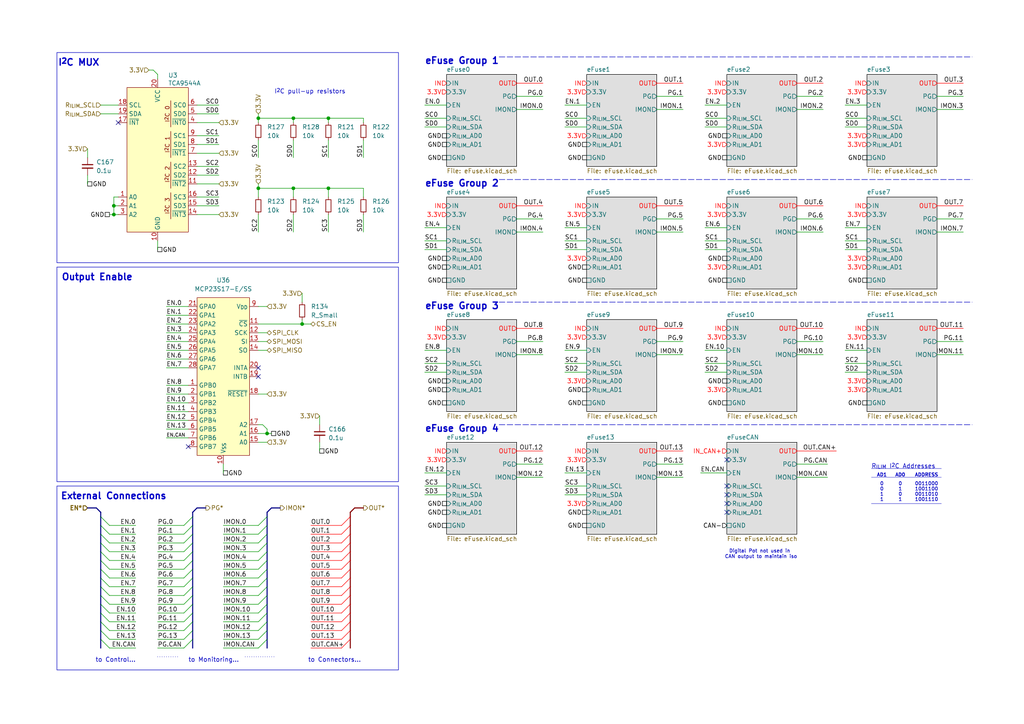
<source format=kicad_sch>
(kicad_sch (version 20231120) (generator "eeschema") (generator_version "8.0")
  (paper "A4")
  (junction (at 85.09 34.29))
  (junction (at 74.93 54.61))
  (junction (at 33.02 62.23))
  (junction (at 74.93 34.29))
  (junction (at 77.47 125.73))
  (junction (at 85.09 54.61))
  (junction (at 95.25 34.29))
  (junction (at 33.02 59.69))
  (junction (at 87.63 93.98))
  (junction (at 95.25 54.61))
  (no_connect (at 210.82 148.59))
  (no_connect (at 210.82 133.35))
  (no_connect (at 54.61 129.54))
  (no_connect (at 210.82 140.97))
  (no_connect (at 74.93 106.68))
  (no_connect (at 210.82 146.05))
  (no_connect (at 34.29 35.56))
  (no_connect (at 74.93 109.22))
  (no_connect (at 210.82 143.51))
  (bus_entry (at 29.21 182.88) (size 2.54 2.54))
  (bus_entry (at 55.88 185.42) (size -2.54 2.54))
  (bus_entry (at 77.47 175.26) (size -2.54 2.54))
  (bus_entry (at 77.47 177.8) (size -2.54 2.54))
  (bus_entry (at 55.88 160.02) (size -2.54 2.54))
  (bus_entry (at 29.21 172.72) (size 2.54 2.54))
  (bus_entry (at 77.47 180.34) (size -2.54 2.54))
  (bus_entry (at 101.6 162.56) (size -2.54 2.54) (stroke (width 0) (color 255 0 0 1)))
  (bus_entry (at 55.88 167.64) (size -2.54 2.54))
  (bus_entry (at 29.21 180.34) (size 2.54 2.54))
  (bus_entry (at 101.6 180.34) (size -2.54 2.54) (stroke (width 0) (color 255 0 0 1)))
  (bus_entry (at 101.6 175.26) (size -2.54 2.54) (stroke (width 0) (color 255 0 0 1)))
  (bus_entry (at 101.6 185.42) (size -2.54 2.54) (stroke (width 0) (color 255 0 0 1)))
  (bus_entry (at 55.88 165.1) (size -2.54 2.54))
  (bus_entry (at 77.47 157.48) (size -2.54 2.54))
  (bus_entry (at 55.88 154.94) (size -2.54 2.54))
  (bus_entry (at 101.6 177.8) (size -2.54 2.54) (stroke (width 0) (color 255 0 0 1)))
  (bus_entry (at 101.6 149.86) (size -2.54 2.54) (stroke (width 0) (color 255 0 0 1)))
  (bus_entry (at 77.47 185.42) (size -2.54 2.54))
  (bus_entry (at 55.88 162.56) (size -2.54 2.54))
  (bus_entry (at 29.21 185.42) (size 2.54 2.54))
  (bus_entry (at 77.47 154.94) (size -2.54 2.54))
  (bus_entry (at 29.21 162.56) (size 2.54 2.54))
  (bus_entry (at 29.21 157.48) (size 2.54 2.54))
  (bus_entry (at 77.47 172.72) (size -2.54 2.54))
  (bus_entry (at 55.88 175.26) (size -2.54 2.54))
  (bus_entry (at 29.21 175.26) (size 2.54 2.54))
  (bus_entry (at 29.21 165.1) (size 2.54 2.54))
  (bus_entry (at 55.88 172.72) (size -2.54 2.54))
  (bus_entry (at 29.21 160.02) (size 2.54 2.54))
  (bus_entry (at 101.6 152.4) (size -2.54 2.54) (stroke (width 0) (color 255 0 0 1)))
  (bus_entry (at 77.47 149.86) (size -2.54 2.54))
  (bus_entry (at 101.6 182.88) (size -2.54 2.54) (stroke (width 0) (color 255 0 0 1)))
  (bus_entry (at 29.21 149.86) (size 2.54 2.54))
  (bus_entry (at 77.47 165.1) (size -2.54 2.54))
  (bus_entry (at 101.6 160.02) (size -2.54 2.54) (stroke (width 0) (color 255 0 0 1)))
  (bus_entry (at 55.88 157.48) (size -2.54 2.54))
  (bus_entry (at 29.21 170.18) (size 2.54 2.54))
  (bus_entry (at 55.88 152.4) (size -2.54 2.54))
  (bus_entry (at 101.6 154.94) (size -2.54 2.54) (stroke (width 0) (color 255 0 0 1)))
  (bus_entry (at 29.21 167.64) (size 2.54 2.54))
  (bus_entry (at 55.88 149.86) (size -2.54 2.54))
  (bus_entry (at 77.47 167.64) (size -2.54 2.54))
  (bus_entry (at 55.88 180.34) (size -2.54 2.54))
  (bus_entry (at 77.47 152.4) (size -2.54 2.54))
  (bus_entry (at 29.21 177.8) (size 2.54 2.54))
  (bus_entry (at 101.6 170.18) (size -2.54 2.54) (stroke (width 0) (color 255 0 0 1)))
  (bus_entry (at 101.6 165.1) (size -2.54 2.54) (stroke (width 0) (color 255 0 0 1)))
  (bus_entry (at 55.88 182.88) (size -2.54 2.54))
  (bus_entry (at 77.47 162.56) (size -2.54 2.54))
  (bus_entry (at 29.21 152.4) (size 2.54 2.54))
  (bus_entry (at 55.88 170.18) (size -2.54 2.54))
  (bus_entry (at 101.6 157.48) (size -2.54 2.54) (stroke (width 0) (color 255 0 0 1)))
  (bus_entry (at 77.47 160.02) (size -2.54 2.54))
  (bus_entry (at 101.6 172.72) (size -2.54 2.54) (stroke (width 0) (color 255 0 0 1)))
  (bus_entry (at 29.21 154.94) (size 2.54 2.54))
  (bus_entry (at 55.88 177.8) (size -2.54 2.54))
  (bus_entry (at 101.6 167.64) (size -2.54 2.54) (stroke (width 0) (color 255 0 0 1)))
  (bus_entry (at 77.47 182.88) (size -2.54 2.54))
  (bus_entry (at 77.47 170.18) (size -2.54 2.54))
  (wire (pts (xy 74.93 88.9) (xy 77.47 88.9)))
  (wire (pts (xy 123.19 34.29) (xy 129.54 34.29)))
  (wire (pts (xy 123.19 137.16) (xy 129.54 137.16)))
  (wire (pts (xy 203.2 137.16) (xy 210.82 137.16)))
  (wire (pts (xy 45.72 187.96) (xy 53.34 187.96)))
  (wire (pts (xy 105.41 62.23) (xy 105.41 67.31)))
  (bus (pts (xy 77.47 165.1) (xy 77.47 167.64)))
  (wire (pts (xy 245.11 105.41) (xy 251.46 105.41)))
  (wire (pts (xy 245.11 101.6) (xy 251.46 101.6)))
  (wire (pts (xy 204.47 66.04) (xy 210.82 66.04)))
  (wire (pts (xy 31.75 162.56) (xy 39.37 162.56)))
  (wire (pts (xy 45.72 172.72) (xy 53.34 172.72)))
  (wire (pts (xy 74.93 34.29) (xy 74.93 35.56)))
  (wire (pts (xy 163.83 143.51) (xy 170.18 143.51)))
  (wire (pts (xy 163.83 137.16) (xy 170.18 137.16)))
  (bus (pts (xy 55.88 149.86) (xy 55.88 148.59)))
  (wire (pts (xy 54.61 116.84) (xy 48.26 116.84)))
  (wire (pts (xy 231.14 63.5) (xy 238.76 63.5)))
  (polyline (pts (xy 252.73 135.89) (xy 273.05 135.89)) (stroke (width 0.1)))
  (wire (pts (xy 204.47 101.6) (xy 210.82 101.6)))
  (wire (pts (xy 64.77 180.34) (xy 74.93 180.34)))
  (wire (pts (xy 64.77 185.42) (xy 74.93 185.42)))
  (wire (pts (xy 149.86 63.5) (xy 157.48 63.5)))
  (wire (pts (xy 279.4 59.69) (xy 271.78 59.69)) (stroke (width 0) (color 255 0 0 1)))
  (wire (pts (xy 25.4 43.18) (xy 25.4 45.72)))
  (bus (pts (xy 101.6 148.59) (xy 101.6 149.86)) (stroke (width 0) (color 132 0 0 1)))
  (wire (pts (xy 45.72 69.85) (xy 45.72 72.39)))
  (wire (pts (xy 57.15 48.26) (xy 63.5 48.26)))
  (wire (pts (xy 54.61 127) (xy 48.26 127)))
  (wire (pts (xy 123.19 69.85) (xy 129.54 69.85)))
  (wire (pts (xy 63.5 62.23) (xy 57.15 62.23)))
  (wire (pts (xy 57.15 41.91) (xy 63.5 41.91)))
  (bus (pts (xy 77.47 162.56) (xy 77.47 165.1)))
  (wire (pts (xy 190.5 130.81) (xy 198.12 130.81)) (stroke (width 0) (color 255 0 0 1)))
  (bus (pts (xy 77.47 148.59) (xy 77.47 149.86)))
  (polyline (pts (xy 45.72 190.5) (xy 52.07 190.5)) (stroke (width 0) (type dot)))
  (wire (pts (xy 45.72 154.94) (xy 53.34 154.94)))
  (wire (pts (xy 74.93 96.52) (xy 77.47 96.52)))
  (bus (pts (xy 25.4 147.32) (xy 27.94 147.32)))
  (wire (pts (xy 245.11 36.83) (xy 251.46 36.83)))
  (wire (pts (xy 231.14 27.94) (xy 238.76 27.94)))
  (wire (pts (xy 54.61 104.14) (xy 48.26 104.14)))
  (bus (pts (xy 55.88 175.26) (xy 55.88 172.72)))
  (wire (pts (xy 33.02 59.69) (xy 33.02 57.15)))
  (bus (pts (xy 55.88 162.56) (xy 55.88 160.02)))
  (wire (pts (xy 57.15 33.02) (xy 63.5 33.02)))
  (wire (pts (xy 190.5 134.62) (xy 198.12 134.62)))
  (bus (pts (xy 55.88 170.18) (xy 55.88 167.64)))
  (wire (pts (xy 64.77 162.56) (xy 74.93 162.56)))
  (wire (pts (xy 279.4 95.25) (xy 271.78 95.25)) (stroke (width 0) (color 255 0 0 1)))
  (wire (pts (xy 64.77 182.88) (xy 74.93 182.88)))
  (wire (pts (xy 279.4 31.75) (xy 271.78 31.75)))
  (wire (pts (xy 45.72 175.26) (xy 53.34 175.26)))
  (wire (pts (xy 33.02 62.23) (xy 34.29 62.23)))
  (bus (pts (xy 29.21 157.48) (xy 29.21 160.02)))
  (wire (pts (xy 231.14 134.62) (xy 240.03 134.62)))
  (wire (pts (xy 31.75 177.8) (xy 39.37 177.8)))
  (wire (pts (xy 77.47 124.46) (xy 77.47 125.73)))
  (wire (pts (xy 54.61 106.68) (xy 48.26 106.68)))
  (wire (pts (xy 123.19 66.04) (xy 129.54 66.04)))
  (wire (pts (xy 57.15 50.8) (xy 63.5 50.8)))
  (polyline (pts (xy 144.78 87.63) (xy 281.94 87.63)) (stroke (width 0) (type dash)))
  (bus (pts (xy 57.15 147.32) (xy 59.69 147.32)))
  (wire (pts (xy 163.83 30.48) (xy 170.18 30.48)))
  (wire (pts (xy 63.5 35.56) (xy 57.15 35.56)))
  (wire (pts (xy 149.86 138.43) (xy 157.48 138.43)))
  (wire (pts (xy 90.17 172.72) (xy 99.06 172.72)) (stroke (width 0) (color 255 0 0 1)))
  (wire (pts (xy 190.5 63.5) (xy 198.12 63.5)))
  (wire (pts (xy 149.86 102.87) (xy 157.48 102.87)))
  (bus (pts (xy 102.87 147.32) (xy 101.6 148.59)) (stroke (width 0) (color 132 0 0 1)))
  (wire (pts (xy 31.75 187.96) (xy 39.37 187.96)))
  (wire (pts (xy 238.76 95.25) (xy 231.14 95.25)) (stroke (width 0) (color 255 0 0 1)))
  (wire (pts (xy 90.17 152.4) (xy 99.06 152.4)) (stroke (width 0) (color 255 0 0 1)))
  (polyline (pts (xy 71.12 190.5) (xy 80.01 190.5)) (stroke (width 0) (type dot)))
  (wire (pts (xy 123.19 143.51) (xy 129.54 143.51)))
  (bus (pts (xy 101.6 154.94) (xy 101.6 157.48)) (stroke (width 0) (color 132 0 0 1)))
  (bus (pts (xy 55.88 148.59) (xy 57.15 147.32)))
  (wire (pts (xy 74.93 101.6) (xy 77.47 101.6)))
  (wire (pts (xy 149.86 134.62) (xy 157.48 134.62)))
  (bus (pts (xy 77.47 185.42) (xy 77.47 187.96)))
  (wire (pts (xy 190.5 59.69) (xy 198.12 59.69)) (stroke (width 0) (color 255 0 0 1)))
  (wire (pts (xy 85.09 34.29) (xy 85.09 35.56)))
  (wire (pts (xy 238.76 102.87) (xy 231.14 102.87)))
  (wire (pts (xy 57.15 59.69) (xy 63.5 59.69)))
  (bus (pts (xy 77.47 170.18) (xy 77.47 172.72)))
  (bus (pts (xy 55.88 185.42) (xy 55.88 182.88)))
  (wire (pts (xy 54.61 91.44) (xy 48.26 91.44)))
  (bus (pts (xy 77.47 157.48) (xy 77.47 160.02)))
  (wire (pts (xy 240.03 138.43) (xy 231.14 138.43)))
  (bus (pts (xy 77.47 172.72) (xy 77.47 175.26)))
  (bus (pts (xy 55.88 180.34) (xy 55.88 177.8)))
  (wire (pts (xy 74.93 62.23) (xy 74.93 67.31)))
  (wire (pts (xy 31.75 175.26) (xy 39.37 175.26)))
  (bus (pts (xy 77.47 182.88) (xy 77.47 185.42)))
  (wire (pts (xy 54.61 121.92) (xy 48.26 121.92)))
  (wire (pts (xy 63.5 44.45) (xy 57.15 44.45)))
  (wire (pts (xy 204.47 30.48) (xy 210.82 30.48)))
  (bus (pts (xy 101.6 149.86) (xy 101.6 152.4)) (stroke (width 0) (color 132 0 0 1)))
  (wire (pts (xy 87.63 85.09) (xy 87.63 87.63)))
  (bus (pts (xy 101.6 152.4) (xy 101.6 154.94)) (stroke (width 0) (color 132 0 0 1)))
  (wire (pts (xy 31.75 185.42) (xy 39.37 185.42)))
  (wire (pts (xy 238.76 67.31) (xy 231.14 67.31)))
  (wire (pts (xy 90.17 160.02) (xy 99.06 160.02)) (stroke (width 0) (color 255 0 0 1)))
  (wire (pts (xy 74.93 54.61) (xy 85.09 54.61)))
  (wire (pts (xy 105.41 40.64) (xy 105.41 45.72)))
  (wire (pts (xy 149.86 99.06) (xy 157.48 99.06)))
  (wire (pts (xy 149.86 67.31) (xy 157.48 67.31)))
  (wire (pts (xy 31.75 172.72) (xy 39.37 172.72)))
  (bus (pts (xy 77.47 148.59) (xy 78.74 147.32)))
  (wire (pts (xy 95.25 54.61) (xy 105.41 54.61)))
  (wire (pts (xy 204.47 72.39) (xy 210.82 72.39)))
  (wire (pts (xy 163.83 140.97) (xy 170.18 140.97)))
  (wire (pts (xy 238.76 59.69) (xy 231.14 59.69)) (stroke (width 0) (color 255 0 0 1)))
  (bus (pts (xy 77.47 154.94) (xy 77.47 157.48)))
  (wire (pts (xy 45.72 177.8) (xy 53.34 177.8)))
  (wire (pts (xy 54.61 119.38) (xy 48.26 119.38)))
  (bus (pts (xy 77.47 177.8) (xy 77.47 180.34)))
  (wire (pts (xy 64.77 154.94) (xy 74.93 154.94)))
  (wire (pts (xy 31.75 160.02) (xy 39.37 160.02)))
  (wire (pts (xy 90.17 170.18) (xy 99.06 170.18)) (stroke (width 0) (color 255 0 0 1)))
  (wire (pts (xy 190.5 27.94) (xy 198.12 27.94)))
  (wire (pts (xy 90.17 177.8) (xy 99.06 177.8)) (stroke (width 0) (color 255 0 0 1)))
  (wire (pts (xy 54.61 124.46) (xy 48.26 124.46)))
  (wire (pts (xy 31.75 157.48) (xy 39.37 157.48)))
  (bus (pts (xy 29.21 162.56) (xy 29.21 165.1)))
  (wire (pts (xy 85.09 54.61) (xy 85.09 57.15)))
  (wire (pts (xy 54.61 99.06) (xy 48.26 99.06)))
  (wire (pts (xy 29.21 30.48) (xy 34.29 30.48)))
  (wire (pts (xy 123.19 107.95) (xy 129.54 107.95)))
  (wire (pts (xy 279.4 67.31) (xy 271.78 67.31)))
  (wire (pts (xy 45.72 162.56) (xy 53.34 162.56)))
  (bus (pts (xy 55.88 157.48) (xy 55.88 154.94)))
  (wire (pts (xy 64.77 167.64) (xy 74.93 167.64)))
  (bus (pts (xy 77.47 180.34) (xy 77.47 182.88)))
  (bus (pts (xy 29.21 165.1) (xy 29.21 167.64)))
  (wire (pts (xy 64.77 187.96) (xy 74.93 187.96)))
  (wire (pts (xy 64.77 172.72) (xy 74.93 172.72)))
  (wire (pts (xy 149.86 59.69) (xy 157.48 59.69)) (stroke (width 0) (color 255 0 0 1)))
  (wire (pts (xy 74.93 34.29) (xy 85.09 34.29)))
  (wire (pts (xy 123.19 36.83) (xy 129.54 36.83)))
  (wire (pts (xy 149.86 130.81) (xy 157.48 130.81)) (stroke (width 0) (color 255 0 0 1)))
  (bus (pts (xy 101.6 180.34) (xy 101.6 182.88)) (stroke (width 0) (color 132 0 0 1)))
  (bus (pts (xy 101.6 157.48) (xy 101.6 160.02)) (stroke (width 0) (color 132 0 0 1)))
  (wire (pts (xy 95.25 54.61) (xy 95.25 57.15)))
  (wire (pts (xy 48.26 88.9) (xy 54.61 88.9)))
  (bus (pts (xy 29.21 160.02) (xy 29.21 162.56)))
  (wire (pts (xy 204.47 36.83) (xy 210.82 36.83)))
  (wire (pts (xy 245.11 66.04) (xy 251.46 66.04)))
  (wire (pts (xy 85.09 54.61) (xy 95.25 54.61)))
  (wire (pts (xy 198.12 138.43) (xy 190.5 138.43)))
  (wire (pts (xy 74.93 123.19) (xy 76.2 123.19)))
  (wire (pts (xy 31.75 165.1) (xy 39.37 165.1)))
  (bus (pts (xy 55.88 187.96) (xy 55.88 185.42)))
  (wire (pts (xy 163.83 72.39) (xy 170.18 72.39)))
  (wire (pts (xy 74.93 54.61) (xy 74.93 57.15)))
  (bus (pts (xy 101.6 175.26) (xy 101.6 177.8)) (stroke (width 0) (color 132 0 0 1)))
  (wire (pts (xy 31.75 182.88) (xy 39.37 182.88)))
  (bus (pts (xy 77.47 152.4) (xy 77.47 154.94)))
  (wire (pts (xy 31.75 180.34) (xy 39.37 180.34)))
  (polyline (pts (xy 144.78 16.51) (xy 281.94 16.51)) (stroke (width 0) (type dash)))
  (wire (pts (xy 74.93 99.06) (xy 77.47 99.06)))
  (wire (pts (xy 163.83 34.29) (xy 170.18 34.29)))
  (polyline (pts (xy 252.73 146.05) (xy 273.05 146.05)) (stroke (width 0.1)))
  (bus (pts (xy 29.21 149.86) (xy 29.21 152.4)))
  (wire (pts (xy 45.72 22.86) (xy 45.72 21.59)))
  (wire (pts (xy 238.76 31.75) (xy 231.14 31.75)))
  (wire (pts (xy 90.17 162.56) (xy 99.06 162.56)) (stroke (width 0) (color 255 0 0 1)))
  (bus (pts (xy 77.47 160.02) (xy 77.47 162.56)))
  (wire (pts (xy 33.02 57.15) (xy 34.29 57.15)))
  (wire (pts (xy 85.09 40.64) (xy 85.09 45.72)))
  (wire (pts (xy 45.72 185.42) (xy 53.34 185.42)))
  (wire (pts (xy 231.14 99.06) (xy 238.76 99.06)))
  (wire (pts (xy 45.72 160.02) (xy 53.34 160.02)))
  (bus (pts (xy 29.21 175.26) (xy 29.21 177.8)))
  (polyline (pts (xy 144.78 123.19) (xy 281.94 123.19)) (stroke (width 0) (type dash)))
  (wire (pts (xy 64.77 152.4) (xy 74.93 152.4)))
  (wire (pts (xy 77.47 125.73) (xy 78.74 125.73)))
  (bus (pts (xy 29.21 167.64) (xy 29.21 170.18)))
  (bus (pts (xy 29.21 170.18) (xy 29.21 172.72)))
  (wire (pts (xy 64.77 134.62) (xy 64.77 137.16)))
  (bus (pts (xy 77.47 167.64) (xy 77.47 170.18)))
  (wire (pts (xy 163.83 101.6) (xy 170.18 101.6)))
  (wire (pts (xy 31.75 62.23) (xy 33.02 62.23)))
  (wire (pts (xy 123.19 101.6) (xy 129.54 101.6)))
  (wire (pts (xy 44.45 20.32) (xy 45.72 21.59)))
  (wire (pts (xy 95.25 34.29) (xy 95.25 35.56)))
  (bus (pts (xy 27.94 147.32) (xy 29.21 148.59)))
  (wire (pts (xy 54.61 93.98) (xy 48.26 93.98)))
  (wire (pts (xy 163.83 66.04) (xy 170.18 66.04)))
  (wire (pts (xy 63.5 53.34) (xy 57.15 53.34)))
  (wire (pts (xy 43.18 20.32) (xy 44.45 20.32)))
  (wire (pts (xy 279.4 24.13) (xy 271.78 24.13)) (stroke (width 0) (color 255 0 0 1)))
  (wire (pts (xy 123.19 105.41) (xy 129.54 105.41)))
  (wire (pts (xy 123.19 140.97) (xy 129.54 140.97)))
  (wire (pts (xy 95.25 40.64) (xy 95.25 45.72)))
  (wire (pts (xy 54.61 114.3) (xy 48.26 114.3)))
  (bus (pts (xy 55.88 154.94) (xy 55.88 152.4)))
  (wire (pts (xy 54.61 111.76) (xy 48.26 111.76)))
  (wire (pts (xy 45.72 167.64) (xy 53.34 167.64)))
  (wire (pts (xy 85.09 62.23) (xy 85.09 67.31)))
  (wire (pts (xy 45.72 182.88) (xy 53.34 182.88)))
  (bus (pts (xy 29.21 182.88) (xy 29.21 185.42)))
  (wire (pts (xy 64.77 177.8) (xy 74.93 177.8)))
  (wire (pts (xy 149.86 31.75) (xy 157.48 31.75)))
  (wire (pts (xy 90.17 167.64) (xy 99.06 167.64)) (stroke (width 0) (color 255 0 0 1)))
  (wire (pts (xy 31.75 152.4) (xy 39.37 152.4)))
  (wire (pts (xy 149.86 27.94) (xy 157.48 27.94)))
  (wire (pts (xy 64.77 165.1) (xy 74.93 165.1)))
  (bus (pts (xy 78.74 147.32) (xy 81.28 147.32)))
  (bus (pts (xy 101.6 182.88) (xy 101.6 185.42)) (stroke (width 0) (color 132 0 0 1)))
  (wire (pts (xy 31.75 170.18) (xy 39.37 170.18)))
  (wire (pts (xy 245.11 30.48) (xy 251.46 30.48)))
  (wire (pts (xy 31.75 154.94) (xy 39.37 154.94)))
  (bus (pts (xy 101.6 160.02) (xy 101.6 162.56)) (stroke (width 0) (color 132 0 0 1)))
  (bus (pts (xy 77.47 175.26) (xy 77.47 177.8)))
  (bus (pts (xy 101.6 170.18) (xy 101.6 172.72)) (stroke (width 0) (color 132 0 0 1)))
  (bus (pts (xy 101.6 185.42) (xy 101.6 187.96)) (stroke (width 0) (color 132 0 0 1)))
  (wire (pts (xy 190.5 24.13) (xy 198.12 24.13)) (stroke (width 0) (color 255 0 0 1)))
  (wire (pts (xy 57.15 30.48) (xy 63.5 30.48)))
  (wire (pts (xy 105.41 34.29) (xy 105.41 35.56)))
  (wire (pts (xy 245.11 69.85) (xy 251.46 69.85)))
  (wire (pts (xy 90.17 165.1) (xy 99.06 165.1)) (stroke (width 0) (color 255 0 0 1)))
  (wire (pts (xy 33.02 59.69) (xy 34.29 59.69)))
  (wire (pts (xy 25.4 50.8) (xy 25.4 53.34)))
  (wire (pts (xy 45.72 170.18) (xy 53.34 170.18)))
  (wire (pts (xy 271.78 99.06) (xy 279.4 99.06)))
  (wire (pts (xy 92.71 120.65) (xy 92.71 123.19)))
  (wire (pts (xy 204.47 105.41) (xy 210.82 105.41)))
  (wire (pts (xy 163.83 107.95) (xy 170.18 107.95)))
  (wire (pts (xy 90.17 182.88) (xy 99.06 182.88)) (stroke (width 0) (color 255 0 0 1)))
  (wire (pts (xy 242.57 130.81) (xy 231.14 130.81)) (stroke (width 0) (color 255 0 0 1)))
  (bus (pts (xy 29.21 172.72) (xy 29.21 175.26)))
  (wire (pts (xy 198.12 67.31) (xy 190.5 67.31)))
  (wire (pts (xy 95.25 34.29) (xy 105.41 34.29)))
  (wire (pts (xy 90.17 175.26) (xy 99.06 175.26)) (stroke (width 0) (color 255 0 0 1)))
  (wire (pts (xy 204.47 69.85) (xy 210.82 69.85)))
  (bus (pts (xy 101.6 177.8) (xy 101.6 180.34)) (stroke (width 0) (color 132 0 0 1)))
  (wire (pts (xy 245.11 34.29) (xy 251.46 34.29)))
  (wire (pts (xy 90.17 157.48) (xy 99.06 157.48)) (stroke (width 0) (color 255 0 0 1)))
  (wire (pts (xy 33.02 59.69) (xy 33.02 62.23)))
  (wire (pts (xy 90.17 185.42) (xy 99.06 185.42)) (stroke (width 0) (color 255 0 0 1)))
  (wire (pts (xy 74.93 93.98) (xy 87.63 93.98)))
  (wire (pts (xy 87.63 92.71) (xy 87.63 93.98)))
  (bus (pts (xy 29.21 180.34) (xy 29.21 182.88)))
  (bus (pts (xy 29.21 177.8) (xy 29.21 180.34)))
  (wire (pts (xy 90.17 154.94) (xy 99.06 154.94)) (stroke (width 0) (color 255 0 0 1)))
  (wire (pts (xy 45.72 180.34) (xy 53.34 180.34)))
  (wire (pts (xy 123.19 72.39) (xy 129.54 72.39)))
  (wire (pts (xy 92.71 128.27) (xy 92.71 130.81)))
  (bus (pts (xy 101.6 162.56) (xy 101.6 165.1)) (stroke (width 0) (color 132 0 0 1)))
  (polyline (pts (xy 144.78 52.07) (xy 281.94 52.07)) (stroke (width 0) (type dash)))
  (wire (pts (xy 54.61 101.6) (xy 48.26 101.6)))
  (wire (pts (xy 74.93 33.02) (xy 74.93 34.29)))
  (wire (pts (xy 87.63 93.98) (xy 90.17 93.98)))
  (wire (pts (xy 45.72 165.1) (xy 53.34 165.1)))
  (wire (pts (xy 45.72 152.4) (xy 53.34 152.4)))
  (wire (pts (xy 198.12 102.87) (xy 190.5 102.87)))
  (bus (pts (xy 101.6 165.1) (xy 101.6 167.64)) (stroke (width 0) (color 132 0 0 1)))
  (wire (pts (xy 74.93 114.3) (xy 77.47 114.3)))
  (wire (pts (xy 74.93 40.64) (xy 74.93 45.72)))
  (wire (pts (xy 163.83 105.41) (xy 170.18 105.41)))
  (wire (pts (xy 64.77 175.26) (xy 74.93 175.26)))
  (bus (pts (xy 101.6 167.64) (xy 101.6 170.18)) (stroke (width 0) (color 132 0 0 1)))
  (bus (pts (xy 77.47 149.86) (xy 77.47 152.4)))
  (wire (pts (xy 238.76 24.13) (xy 231.14 24.13)) (stroke (width 0) (color 255 0 0 1)))
  (wire (pts (xy 190.5 99.06) (xy 198.12 99.06)))
  (wire (pts (xy 163.83 36.83) (xy 170.18 36.83)))
  (bus (pts (xy 55.88 182.88) (xy 55.88 180.34)))
  (wire (pts (xy 245.11 107.95) (xy 251.46 107.95)))
  (bus (pts (xy 55.88 165.1) (xy 55.88 162.56)))
  (bus (pts (xy 55.88 152.4) (xy 55.88 149.86)))
  (bus (pts (xy 55.88 172.72) (xy 55.88 170.18)))
  (wire (pts (xy 74.93 125.73) (xy 77.47 125.73)))
  (wire (pts (xy 29.21 33.02) (xy 34.29 33.02)))
  (bus (pts (xy 29.21 148.59) (xy 29.21 149.86)))
  (wire (pts (xy 64.77 160.02) (xy 74.93 160.02)))
  (polyline (pts (xy 252.73 138.43) (xy 273.05 138.43)) (stroke (width 0.08)))
  (bus (pts (xy 55.88 177.8) (xy 55.88 175.26)))
  (wire (pts (xy 105.41 54.61) (xy 105.41 57.15)))
  (wire (pts (xy 204.47 107.95) (xy 210.82 107.95)))
  (wire (pts (xy 245.11 72.39) (xy 251.46 72.39)))
  (wire (pts (xy 271.78 63.5) (xy 279.4 63.5)))
  (wire (pts (xy 149.86 24.13) (xy 157.48 24.13)) (stroke (width 0) (color 255 0 0 1)))
  (wire (pts (xy 149.86 95.25) (xy 157.48 95.25)) (stroke (width 0) (color 255 0 0 1)))
  (wire (pts (xy 31.75 167.64) (xy 39.37 167.64)))
  (wire (pts (xy 57.15 57.15) (xy 63.5 57.15)))
  (wire (pts (xy 57.15 39.37) (xy 63.5 39.37)))
  (wire (pts (xy 123.19 30.48) (xy 129.54 30.48)))
  (bus (pts (xy 29.21 185.42) (xy 29.21 187.96)))
  (wire (pts (xy 74.93 53.34) (xy 74.93 54.61)))
  (bus (pts (xy 29.21 152.4) (xy 29.21 154.94)))
  (bus (pts (xy 29.21 154.94) (xy 29.21 157.48)))
  (wire (pts (xy 279.4 102.87) (xy 271.78 102.87)))
  (wire (pts (xy 76.2 123.19) (xy 77.47 124.46)))
  (wire (pts (xy 90.17 187.96) (xy 99.06 187.96)) (stroke (width 0) (color 255 0 0 1)))
  (wire (pts (xy 95.25 62.23) (xy 95.25 67.31)))
  (wire (pts (xy 204.47 34.29) (xy 210.82 34.29)))
  (bus (pts (xy 102.87 147.32) (xy 105.41 147.32)) (stroke (width 0) (color 132 0 0 1)))
  (wire (pts (xy 54.61 96.52) (xy 48.26 96.52)))
  (wire (pts (xy 163.83 69.85) (xy 170.18 69.85)))
  (wire (pts (xy 64.77 157.48) (xy 74.93 157.48)))
  (wire (pts (xy 90.17 180.34) (xy 99.06 180.34)) (stroke (width 0) (color 255 0 0 1)))
  (wire (pts (xy 271.78 27.94) (xy 279.4 27.94)))
  (wire (pts (xy 85.09 34.29) (xy 95.25 34.29)))
  (wire (pts (xy 198.12 31.75) (xy 190.5 31.75)))
  (bus (pts (xy 101.6 172.72) (xy 101.6 175.26)) (stroke (width 0) (color 132 0 0 1)))
  (wire (pts (xy 74.93 128.27) (xy 77.47 128.27)))
  (wire (pts (xy 190.5 95.25) (xy 198.12 95.25)) (stroke (width 0) (color 255 0 0 1)))
  (bus (pts (xy 55.88 160.02) (xy 55.88 157.48)))
  (wire (pts (xy 45.72 157.48) (xy 53.34 157.48)))
  (bus (pts (xy 55.88 167.64) (xy 55.88 165.1)))
  (wire (pts (xy 64.77 170.18) (xy 74.93 170.18)))
  (rectangle (start 16.51 15.24) (end 115.57 76.2))
  (rectangle (start 16.51 77.47) (end 115.57 139.7))
  (rectangle (start 16.51 140.97) (end 115.57 194.31))
  (text "eFuse Group 1" (at 123.19 17.78 0) (effects (font (size 1.905 1.905) (thickness 0.381) (bold yes)) (justify left)))
  (text "ADDRESS" (at 268.732 137.922 0) (effects (font (size 1 1) (thickness 0.2) (bold yes))))
  (text "1" (at 255.778 143.51 0) (effects (font (size 1 1) (thickness 0.1588))))
  (text "AD1" (at 255.778 137.922 0) (effects (font (size 1 1) (thickness 0.2) (bold yes))))
  (text "I^{2}C pull-up resistors" (at 89.916 26.67 0) (effects (font (size 1.27 1.27))))
  (text "to Connectors..." (at 97.028 191.516 0) (effects (font (size 1.27 1.27) (thickness 0.1588))))
  (text "0" (at 255.778 140.462 0) (effects (font (size 1 1) (thickness 0.1588))))
  (text "External Connections" (at 17.526 144.018 0) (effects (font (size 1.905 1.905) (thickness 0.381) (bold yes)) (justify left)))
  (text "1" (at 255.778 145.034 0) (effects (font (size 1 1) (thickness 0.1588))))
  (text "1001110" (at 268.732 145.034 0) (effects (font (size 1 1) (thickness 0.1588))))
  (text "eFuse Group 2\n" (at 123.19 53.34 0) (effects (font (size 1.905 1.905) (thickness 0.381) (bold yes)) (justify left)))
  (text "0" (at 261.112 140.462 0) (effects (font (size 1 1) (thickness 0.1588))))
  (text "R_{ILIM} I^{2}C Addresses" (at 252.73 135.382 0) (effects (font (size 1.27 1.27)) (justify left)))
  (text "1001100" (at 268.732 141.986 0) (effects (font (size 1 1) (thickness 0.1588))))
  (text "1" (at 261.112 145.034 0) (effects (font (size 1 1) (thickness 0.1588))))
  (text "to Monitoring..." (at 61.976 191.516 0) (effects (font (size 1.27 1.27) (thickness 0.1588))))
  (text "I^{2}C MUX" (at 22.86 18.288 0) (effects (font (size 1.905 1.905) (thickness 0.381) (bold yes))))
  (text "0" (at 255.778 141.986 0) (effects (font (size 1 1) (thickness 0.1588))))
  (text "0011000" (at 268.732 140.462 0) (effects (font (size 1 1) (thickness 0.1588))))
  (text "0" (at 261.112 143.51 0) (effects (font (size 1 1) (thickness 0.1588))))
  (text "Digital Pot not used in \nCAN output to maintain iso" (at 220.726 160.782 0) (effects (font (size 1 1))))
  (text "0011010" (at 268.732 143.51 0) (effects (font (size 1 1) (thickness 0.1588))))
  (text "AD0" (at 261.112 137.922 0) (effects (font (size 1 1) (thickness 0.2) (bold yes))))
  (text "eFuse Group 3\n" (at 123.19 88.9 0) (effects (font (size 1.905 1.905) (thickness 0.381) (bold yes)) (justify left)))
  (text "Output Enable" (at 17.78 80.518 0) (effects (font (size 1.905 1.905) (thickness 0.381) (bold yes)) (justify left)))
  (text "to Control..." (at 33.528 191.516 0) (effects (font (size 1.27 1.27) (thickness 0.1588))))
  (text "1" (at 261.112 141.986 0) (effects (font (size 1 1) (thickness 0.1588))))
  (text "eFuse Group 4" (at 123.19 124.46 0) (effects (font (size 1.905 1.905) (thickness 0.381) (bold yes)) (justify left)))
  (label "IMON.6" (at 238.76 67.31 180))
  (label "IMON.3" (at 64.77 160.02 0))
  (label "EN.10" (at 204.47 101.6 0))
  (label "EN.CAN" (at 48.26 127 0) (effects (font (size 1 1))))
  (label "SC3" (at 163.83 140.97 0))
  (label "SD1" (at 163.83 72.39 0))
  (label "IMON.2" (at 64.77 157.48 0))
  (label "SD0" (at 63.5 33.02 180))
  (label "EN.CAN" (at 203.2 137.16 0))
  (label "PG.13" (at 45.72 185.42 0))
  (label "PG.12" (at 45.72 182.88 0))
  (label "EN.4" (at 48.26 99.06 0))
  (label "PG.10" (at 45.72 177.8 0))
  (label "SC3" (at 95.25 67.31 90))
  (label "SD2" (at 63.5 50.8 180))
  (label "PG.1" (at 45.72 154.94 0))
  (label "SD0" (at 123.19 36.83 0))
  (label "SD2" (at 163.83 107.95 0))
  (label "IMON.2" (at 238.76 31.75 180))
  (label "IMON.11" (at 279.4 102.87 180))
  (label "IMON.8" (at 157.48 102.87 180))
  (label "PG.1" (at 198.12 27.94 180))
  (label "SC0" (at 204.47 34.29 0))
  (label "SD1" (at 105.41 45.72 90))
  (label "OUT.13" (at 90.17 185.42 0))
  (label "EN.11" (at 48.26 119.38 0))
  (label "IMON.1" (at 198.12 31.75 180))
  (label "EN.0" (at 39.37 152.4 180))
  (label "EN.2" (at 204.47 30.48 0))
  (label "EN.8" (at 39.37 172.72 180))
  (label "PG.CAN" (at 240.03 134.62 180))
  (label "OUT.7" (at 90.17 170.18 0))
  (label "SC0" (at 74.93 45.72 90))
  (label "EN.13" (at 39.37 185.42 180))
  (label "SD0" (at 204.47 36.83 0))
  (label "PG.13" (at 198.12 134.62 180))
  (label "PG.3" (at 45.72 160.02 0))
  (label "SC1" (at 95.25 45.72 90))
  (label "SD0" (at 245.11 36.83 0))
  (label "OUT.7" (at 279.4 59.69 180))
  (label "EN.1" (at 48.26 91.44 0))
  (label "PG.7" (at 279.4 63.5 180))
  (label "SC0" (at 245.11 34.29 0))
  (label "OUT.5" (at 198.12 59.69 180))
  (label "EN.9" (at 163.83 101.6 0))
  (label "EN.12" (at 39.37 182.88 180))
  (label "SC1" (at 163.83 69.85 0))
  (label "SC0" (at 123.19 34.29 0))
  (label "EN.8" (at 123.19 101.6 0))
  (label "OUT.13" (at 198.12 130.81 180))
  (label "EN.13" (at 163.83 137.16 0))
  (label "PG.8" (at 45.72 172.72 0))
  (label "IMON.8" (at 64.77 172.72 0))
  (label "OUT.2" (at 90.17 157.48 0))
  (label "IMON.5" (at 64.77 165.1 0))
  (label "SD3" (at 63.5 59.69 180))
  (label "EN.4" (at 123.19 66.04 0))
  (label "IMON.6" (at 64.77 167.64 0))
  (label "IMON.1" (at 64.77 154.94 0))
  (label "PG.3" (at 279.4 27.94 180))
  (label "PG.10" (at 238.76 99.06 180))
  (label "IMON.10" (at 238.76 102.87 180))
  (label "IMON.0" (at 157.48 31.75 180))
  (label "OUT.5" (at 90.17 165.1 0))
  (label "EN.5" (at 39.37 165.1 180))
  (label "PG.2" (at 45.72 157.48 0))
  (label "IMON.5" (at 198.12 67.31 180))
  (label "OUT.12" (at 157.48 130.81 180))
  (label "EN.3" (at 245.11 30.48 0))
  (label "EN.7" (at 48.26 106.68 0))
  (label "OUT.9" (at 198.12 95.25 180))
  (label "IMON.CAN" (at 64.77 187.96 0))
  (label "EN.4" (at 39.37 162.56 180))
  (label "IMON.12" (at 157.48 138.43 180))
  (label "IMON.0" (at 64.77 152.4 0))
  (label "OUT.1" (at 198.12 24.13 180))
  (label "SD0" (at 85.09 45.72 90))
  (label "PG.4" (at 45.72 162.56 0))
  (label "EN.6" (at 48.26 104.14 0))
  (label "EN.6" (at 39.37 167.64 180))
  (label "EN.10" (at 39.37 177.8 180))
  (label "PG.8" (at 157.48 99.06 180))
  (label "OUT.3" (at 90.17 160.02 0))
  (label "OUT.CAN+" (at 242.57 130.81 180))
  (label "SC2" (at 63.5 48.26 180))
  (label "IMON.4" (at 157.48 67.31 180))
  (label "OUT.6" (at 238.76 59.69 180))
  (label "PG.6" (at 45.72 167.64 0))
  (label "EN.CAN" (at 39.37 187.96 180))
  (label "IMON.11" (at 64.77 180.34 0))
  (label "EN.0" (at 48.26 88.9 0))
  (label "SC0" (at 163.83 34.29 0))
  (label "IMON.10" (at 64.77 177.8 0))
  (label "PG.11" (at 45.72 180.34 0))
  (label "OUT.4" (at 90.17 162.56 0))
  (label "IMON.7" (at 279.4 67.31 180))
  (label "SD3" (at 105.41 67.31 90))
  (label "PG.2" (at 238.76 27.94 180))
  (label "SC3" (at 63.5 57.15 180))
  (label "PG.9" (at 198.12 99.06 180))
  (label "PG.0" (at 157.48 27.94 180))
  (label "PG.11" (at 279.4 99.06 180))
  (label "OUT.2" (at 238.76 24.13 180))
  (label "EN.7" (at 39.37 170.18 180))
  (label "SC2" (at 204.47 105.41 0))
  (label "SC2" (at 123.19 105.41 0))
  (label "OUT.6" (at 90.17 167.64 0))
  (label "SC0" (at 63.5 30.48 180))
  (label "OUT.12" (at 90.17 182.88 0))
  (label "IMON.3" (at 279.4 31.75 180))
  (label "EN.11" (at 245.11 101.6 0))
  (label "OUT.10" (at 238.76 95.25 180))
  (label "SC2" (at 74.93 67.31 90))
  (label "SD2" (at 85.09 67.31 90))
  (label "EN.6" (at 204.47 66.04 0))
  (label "PG.7" (at 45.72 170.18 0))
  (label "SD1" (at 63.5 41.91 180))
  (label "SD1" (at 204.47 72.39 0))
  (label "OUT.1" (at 90.17 154.94 0))
  (label "EN.10" (at 48.26 116.84 0))
  (label "EN.2" (at 48.26 93.98 0))
  (label "SC1" (at 123.19 69.85 0))
  (label "PG.9" (at 45.72 175.26 0))
  (label "SC1" (at 63.5 39.37 180))
  (label "SD3" (at 163.83 143.51 0))
  (label "SC3" (at 123.19 140.97 0))
  (label "EN.12" (at 123.19 137.16 0))
  (label "IMON.CAN" (at 240.03 138.43 180))
  (label "IMON.9" (at 198.12 102.87 180))
  (label "SC2" (at 245.11 105.41 0))
  (label "OUT.11" (at 279.4 95.25 180))
  (label "EN.8" (at 48.26 111.76 0))
  (label "OUT.8" (at 157.48 95.25 180))
  (label "SC1" (at 204.47 69.85 0))
  (label "IMON.13" (at 64.77 185.42 0))
  (label "OUT.11" (at 90.17 180.34 0))
  (label "EN.9" (at 39.37 175.26 180))
  (label "EN.1" (at 39.37 154.94 180))
  (label "SC1" (at 245.11 69.85 0))
  (label "PG.CAN" (at 45.72 187.96 0))
  (label "OUT.10" (at 90.17 177.8 0))
  (label "EN.7" (at 245.11 66.04 0))
  (label "EN.12" (at 48.26 121.92 0))
  (label "OUT.0" (at 90.17 152.4 0))
  (label "IMON.7" (at 64.77 170.18 0))
  (label "SC2" (at 163.83 105.41 0))
  (label "SD1" (at 123.19 72.39 0))
  (label "EN.5" (at 163.83 66.04 0))
  (label "PG.5" (at 45.72 165.1 0))
  (label "IMON.4" (at 64.77 162.56 0))
  (label "PG.5" (at 198.12 63.5 180))
  (label "SD3" (at 123.19 143.51 0))
  (label "SD2" (at 204.47 107.95 0))
  (label "EN.3" (at 39.37 160.02 180))
  (label "OUT.0" (at 157.48 24.13 180))
  (label "EN.1" (at 163.83 30.48 0))
  (label "PG.4" (at 157.48 63.5 180))
  (label "SD0" (at 163.83 36.83 0))
  (label "EN.13" (at 48.26 124.46 0))
  (label "EN.0" (at 123.19 30.48 0))
  (label "IMON.12" (at 64.77 182.88 0))
  (label "EN.3" (at 48.26 96.52 0))
  (label "OUT.8" (at 90.17 172.72 0))
  (label "OUT.4" (at 157.48 59.69 180))
  (label "SD2" (at 123.19 107.95 0))
  (label "EN.11" (at 39.37 180.34 180))
  (label "PG.6" (at 238.76 63.5 180))
  (label "OUT.9" (at 90.17 175.26 0))
  (label "IMON.13" (at 198.12 138.43 180))
  (label "PG.12" (at 157.48 134.62 180))
  (label "EN.2" (at 39.37 157.48 180))
  (label "EN.9" (at 48.26 114.3 0))
  (label "SD1" (at 245.11 72.39 0))
  (label "OUT.3" (at 279.4 24.13 180))
  (label "OUT.CAN+" (at 90.17 187.96 0))
  (label "SD2" (at 245.11 107.95 0))
  (label "PG.0" (at 45.72 152.4 0))
  (label "IMON.9" (at 64.77 175.26 0))
  (label "EN.5" (at 48.26 101.6 0))
  (hierarchical_label "GND" (shape passive) (at 170.18 113.03 180))
  (hierarchical_label "3.3V" (shape input) (at 129.54 97.79 180))
  (hierarchical_label "GND" (shape passive) (at 210.82 81.28 180))
  (hierarchical_label "3.3V" (shape input) (at 63.5 44.45 0))
  (hierarchical_label "GND" (shape passive) (at 129.54 148.59 180))
  (hierarchical_label "GND" (shape passive) (at 129.54 146.05 180))
  (hierarchical_label "SPI_MOSI" (shape bidirectional) (at 77.47 99.06 0))
  (hierarchical_label "GND" (shape passive) (at 170.18 116.84 180))
  (hierarchical_label "EN*" (shape input) (at 25.4 147.32 180) (effects (font (thickness 0.254) (bold yes))))
  (hierarchical_label "3.3V" (shape input) (at 129.54 133.35 180))
  (hierarchical_label "3.3V" (shape input) (at 92.71 120.65 180))
  (hierarchical_label "CS_EN" (shape bidirectional) (at 90.17 93.98 0))
  (hierarchical_label "GND" (shape passive) (at 210.82 39.37 180))
  (hierarchical_label "IN" (shape input) (at 210.82 59.69 180))
  (hierarchical_label "IN" (shape input) (at 129.54 24.13 180))
  (hierarchical_label "GND" (shape passive) (at 64.77 137.16 0))
  (hierarchical_label "GND" (shape passive) (at 210.82 116.84 180))
  (hierarchical_label "SPI_CLK" (shape bidirectional) (at 77.47 96.52 0))
  (hierarchical_label "IN" (shape input) (at 170.18 95.25 180))
  (hierarchical_label "3.3V" (shape input) (at 251.46 77.47 180))
  (hierarchical_label "3.3V" (shape input) (at 63.5 35.56 0))
  (hierarchical_label "3.3V" (shape input) (at 251.46 113.03 180))
  (hierarchical_label "3.3V" (shape input) (at 74.93 33.02 90))
  (hierarchical_label "GND" (shape passive) (at 129.54 74.93 180))
  (hierarchical_label "GND" (shape passive) (at 129.54 81.28 180))
  (hierarchical_label "GND" (shape passive) (at 129.54 41.91 180))
  (hierarchical_label "IN" (shape input) (at 251.46 24.13 180))
  (hierarchical_label "IN" (shape input) (at 251.46 95.25 180))
  (hierarchical_label "GND" (shape passive) (at 25.4 53.34 0))
  (hierarchical_label "3.3V" (shape input) (at 251.46 110.49 180))
  (hierarchical_label "GND" (shape passive) (at 129.54 39.37 180))
  (hierarchical_label "3.3V" (shape input) (at 170.18 133.35 180))
  (hierarchical_label "IN_CAN+" (shape input) (at 210.82 130.81 180))
  (hierarchical_label "3.3V" (shape input) (at 74.93 53.34 90))
  (hierarchical_label "3.3V" (shape input) (at 25.4 43.18 180))
  (hierarchical_label "IN" (shape input) (at 210.82 24.13 180))
  (hierarchical_label "3.3V" (shape input) (at 251.46 39.37 180))
  (hierarchical_label "GND" (shape passive) (at 170.18 45.72 180))
  (hierarchical_label "R_{ILIM}_SDA" (shape input) (at 29.21 33.02 180))
  (hierarchical_label "3.3V" (shape input) (at 77.47 128.27 0))
  (hierarchical_label "R_{ILIM}_SCL" (shape input) (at 29.21 30.48 180))
  (hierarchical_label "3.3V" (shape input) (at 170.18 110.49 180))
  (hierarchical_label "GND" (shape passive) (at 129.54 113.03 180))
  (hierarchical_label "GND" (shape passive) (at 92.71 130.81 0))
  (hierarchical_label "GND" (shape passive) (at 210.82 74.93 180))
  (hierarchical_label "GND" (shape passive) (at 129.54 110.49 180))
  (hierarchical_label "3.3V" (shape input) (at 170.18 26.67 180))
  (hierarchical_label "3.3V" (shape input) (at 210.82 26.67 180))
  (hierarchical_label "3.3V" (shape input) (at 251.46 26.67 180))
  (hierarchical_label "3.3V" (shape input) (at 170.18 97.79 180))
  (hierarchical_label "GND" (shape passive) (at 170.18 148.59 180))
  (hierarchical_label "GND" (shape passive) (at 251.46 81.28 180))
  (hierarchical_label "SPI_MISO" (shape bidirectional) (at 77.47 101.6 0))
  (hierarchical_label "3.3V" (shape input) (at 77.47 114.3 0))
  (hierarchical_label "GND" (shape passive) (at 129.54 152.4 180))
  (hierarchical_label "GND" (shape passive) (at 170.18 152.4 180))
  (hierarchical_label "IN" (shape input) (at 170.18 130.81 180))
  (hierarchical_label "3.3V" (shape input) (at 210.82 41.91 180))
  (hierarchical_label "GND" (shape passive) (at 170.18 41.91 180))
  (hierarchical_label "3.3V" (shape input) (at 251.46 62.23 180))
  (hierarchical_label "IN" (shape input) (at 210.82 95.25 180))
  (hierarchical_label "3.3V" (shape input) (at 63.5 53.34 0))
  (hierarchical_label "GND" (shape passive) (at 129.54 45.72 180))
  (hierarchical_label "IN" (shape input) (at 251.46 59.69 180))
  (hierarchical_label "3.3V" (shape input) (at 170.18 74.93 180))
  (hierarchical_label "GND" (shape passive) (at 210.82 45.72 180))
  (hierarchical_label "3.3V" (shape input) (at 77.47 88.9 0))
  (hierarchical_label "IN" (shape input) (at 129.54 130.81 180))
  (hierarchical_label "3.3V" (shape input) (at 210.82 77.47 180))
  (hierarchical_label "GND" (shape passive) (at 251.46 45.72 180))
  (hierarchical_label "GND" (shape passive) (at 129.54 116.84 180))
  (hierarchical_label "3.3V" (shape input) (at 210.82 97.79 180))
  (hierarchical_label "OUT*" (shape output) (at 105.41 147.32 0))
  (hierarchical_label "IN" (shape input) (at 170.18 59.69 180))
  (hierarchical_label "GND" (shape passive) (at 251.46 116.84 180))
  (hierarchical_label "3.3V" (shape input) (at 210.82 62.23 180))
  (hierarchical_label "3.3V" (shape input) (at 251.46 97.79 180))
  (hierarchical_label "GND" (shape passive) (at 170.18 81.28 180))
  (hierarchical_label "3.3V" (shape input) (at 170.18 146.05 180))
  (hierarchical_label "GND" (shape passive) (at 78.74 125.73 0))
  (hierarchical_label "3.3V" (shape input) (at 170.18 39.37 180))
  (hierarchical_label "GND" (shape passive) (at 31.75 62.23 180))
  (hierarchical_label "IN" (shape input) (at 170.18 24.13 180))
  (hierarchical_label "3.3V" (shape input) (at 210.82 113.03 180))
  (hierarchical_label "GND" (shape passive) (at 170.18 77.47 180))
  (hierarchical_label "CAN-" (shape input) (at 210.82 152.4 180))
  (hierarchical_label "IN" (shape input) (at 129.54 95.25 180))
  (hierarchical_label "3.3V" (shape input) (at 43.18 20.32 180))
  (hierarchical_label "IN" (shape input) (at 129.54 59.69 180))
  (hierarchical_label "3.3V" (shape input) (at 251.46 41.91 180))
  (hierarchical_label "3.3V" (shape input) (at 87.63 85.09 180))
  (hierarchical_label "GND" (shape passive) (at 129.54 77.47 180))
  (hierarchical_label "GND" (shape passive) (at 210.82 110.49 180))
  (hierarchical_label "IMON*" (shape output) (at 81.28 147.32 0))
  (hierarchical_label "3.3V" (shape input) (at 63.5 62.23 0))
  (hierarchical_label "3.3V" (shape input) (at 251.46 74.93 180))
  (hierarchical_label "3.3V" (shape input) (at 170.18 62.23 180))
  (hierarchical_label "GND" (shape passive) (at 45.72 72.39 0))
  (hierarchical_label "3.3V" (shape input) (at 129.54 62.23 180))
  (hierarchical_label "3.3V" (shape input) (at 129.54 26.67 180))
  (hierarchical_label "PG*" (shape output) (at 59.69 147.32 0))
  (symbol (lib_id "Device:R_Small") (at 87.63 90.17 0) (unit 1)
    (property "Reference" "R134" (at 90.17 88.8999 0) (effects (justify left)))
    (property "Value" "R_Small" (at 90.17 91.4399 0) (effects (justify left)))
    (property "Description" "Resistor, small symbol" (effects (hide yes)))
  )
  (symbol (lib_id "Device:R_Small") (at 95.25 59.69 0) (unit 1)
    (property "Reference" "R125" (at 97.79 58.4199 0) (effects (justify left)))
    (property "Value" "10k" (at 97.79 60.9599 0) (effects (justify left)))
    (property "Description" "Resistor, small symbol" (effects (hide yes)))
  )
  (symbol (lib_id "PowerDistributionUnitLib:TCA9544A") (at 45.72 46.99 0) (unit 1)
    (property "Reference" "U3" (at 48.768 21.844 0) (effects (justify left)))
    (property "Value" "TCA9544A" (at 48.768 24.13 0) (effects (justify left)))
    (property "Footprint" "Package_SO:TSSOP-20_4.4x6.5mm_P0.65mm" (effects (hide yes)))
    (property "Datasheet" "${KIPRJMOD}/lib/docs/tca9544a.pdf" (effects (hide yes)))
  )
  (symbol (lib_id "Device:C_Small") (at 25.4 48.26 0) (unit 1)
    (property "Reference" "C167" (at 27.94 46.9962 0) (effects (justify left)))
    (property "Value" "0.1u" (at 27.94 49.5362 0) (effects (justify left)))
    (property "Description" "Unpolarized capacitor, small symbol" (effects (hide yes)))
  )
  (symbol (lib_id "Device:R_Small") (at 105.41 38.1 0) (unit 1)
    (property "Reference" "R122" (at 107.95 36.8299 0) (effects (justify left)))
    (property "Value" "10k" (at 107.95 39.3699 0) (effects (justify left)))
    (property "Description" "Resistor, small symbol" (effects (hide yes)))
  )
  (symbol (lib_id "Device:C_Small") (at 92.71 125.73 0) (unit 1)
    (property "Reference" "C166" (at 95.25 124.4662 0) (effects (justify left)))
    (property "Value" "0.1u" (at 95.25 127.0062 0) (effects (justify left)))
    (property "Description" "Unpolarized capacitor, small symbol" (effects (hide yes)))
  )
  (symbol (lib_id "Device:R_Small") (at 105.41 59.69 0) (unit 1)
    (property "Reference" "R126" (at 107.95 58.4199 0) (effects (justify left)))
    (property "Value" "10k" (at 107.95 60.9599 0) (effects (justify left)))
    (property "Description" "Resistor, small symbol" (effects (hide yes)))
  )
  (symbol (lib_id "Device:R_Small") (at 85.09 38.1 0) (unit 1)
    (property "Reference" "R128" (at 87.63 36.8299 0) (effects (justify left)))
    (property "Value" "10k" (at 87.63 39.3699 0) (effects (justify left)))
    (property "Description" "Resistor, small symbol" (effects (hide yes)))
  )
  (symbol (lib_id "Device:R_Small") (at 74.93 59.69 0) (unit 1)
    (property "Reference" "R123" (at 77.47 58.4199 0) (effects (justify left)))
    (property "Value" "10k" (at 77.47 60.9599 0) (effects (justify left)))
    (property "Description" "Resistor, small symbol" (effects (hide yes)))
  )
  (symbol (lib_id "PowerDistributionUnitLib:MCP23S17-E/SS") (at 64.77 109.22 0) (mirror y) (unit 1)
    (property "Reference" "U36" (at 64.77 81.28 0))
    (property "Value" "MCP23S17-E/SS" (at 64.77 83.82 0))
    (property "Footprint" "Package_SO:SSOP-28_5.3x10.2mm_P0.65mm" (effects (hide yes)))
    (property "Datasheet" "${KIPRJMOD}/lib/docs/MCP23017-Data-Sheet-DS20001952-1.pdf" (effects (hide yes)))
  )
  (symbol (lib_id "Device:R_Small") (at 74.93 38.1 0) (unit 1)
    (property "Reference" "R127" (at 77.47 36.8299 0) (effects (justify left)))
    (property "Value" "10k" (at 77.47 39.3699 0) (effects (justify left)))
    (property "Description" "Resistor, small symbol" (effects (hide yes)))
  )
  (symbol (lib_id "Device:R_Small") (at 85.09 59.69 0) (unit 1)
    (property "Reference" "R124" (at 87.63 58.4199 0) (effects (justify left)))
    (property "Value" "10k" (at 87.63 60.9599 0) (effects (justify left)))
    (property "Description" "Resistor, small symbol" (effects (hide yes)))
  )
  (symbol (lib_id "Device:R_Small") (at 95.25 38.1 0) (unit 1)
    (property "Reference" "R121" (at 97.79 36.8299 0) (effects (justify left)))
    (property "Value" "10k" (at 97.79 39.3699 0) (effects (justify left)))
    (property "Description" "Resistor, small symbol" (effects (hide yes)))
  )
  (sheet (at 210.82 21.59) (size 20.32 26.67) (stroke (width 0.1524) (color 0 0 0 1)) (fill (color 223 223 223 1.0000))
    (property "Sheetname" "eFuse2" (at 210.82 20.8784 0) (effects (justify left bottom)))
    (property "Sheetfile" "eFuse.kicad_sch" (at 210.82 48.8446 0) (effects (justify left top)))
    (pin "GND" passive (at 210.82 45.72 180))
    (pin "OUT" output (at 231.14 24.13 0))
    (pin "IN" input (at 210.82 24.13 180))
    (pin "PG" output (at 231.14 27.94 0))
    (pin "EN" input (at 210.82 30.48 180))
    (pin "R_{ILIM}_SCL" input (at 210.82 34.29 180))
    (pin "R_{ILIM}_SDA" input (at 210.82 36.83 180))
    (pin "R_{ILIM}_AD1" input (at 210.82 41.91 180))
    (pin "R_{ILIM}_AD0" input (at 210.82 39.37 180))
    (pin "IMON" output (at 231.14 31.75 0))
    (pin "3.3V" input (at 210.82 26.67 180))
  )
  (sheet (at 251.46 92.71) (size 20.32 26.67) (stroke (width 0.1524) (color 0 0 0 1)) (fill (color 223 223 223 1.0000))
    (property "Sheetname" "eFuse11" (at 251.46 91.9984 0) (effects (justify left bottom)))
    (property "Sheetfile" "eFuse.kicad_sch" (at 251.46 119.9646 0) (effects (justify left top)))
    (pin "GND" passive (at 251.46 116.84 180))
    (pin "OUT" output (at 271.78 95.25 0))
    (pin "IN" input (at 251.46 95.25 180))
    (pin "PG" output (at 271.78 99.06 0))
    (pin "EN" input (at 251.46 101.6 180))
    (pin "R_{ILIM}_SCL" input (at 251.46 105.41 180))
    (pin "R_{ILIM}_SDA" input (at 251.46 107.95 180))
    (pin "R_{ILIM}_AD1" input (at 251.46 113.03 180))
    (pin "R_{ILIM}_AD0" input (at 251.46 110.49 180))
    (pin "IMON" output (at 271.78 102.87 0))
    (pin "3.3V" input (at 251.46 97.79 180))
  )
  (sheet (at 129.54 21.59) (size 20.32 26.67) (stroke (width 0.1524) (color 0 0 0 1)) (fill (color 223 223 223 1.0000))
    (property "Sheetname" "eFuse0" (at 129.54 20.8784 0) (effects (justify left bottom)))
    (property "Sheetfile" "eFuse.kicad_sch" (at 129.54 48.8446 0) (effects (justify left top)))
    (pin "GND" passive (at 129.54 45.72 180))
    (pin "OUT" output (at 149.86 24.13 0))
    (pin "IN" input (at 129.54 24.13 180))
    (pin "PG" output (at 149.86 27.94 0))
    (pin "EN" input (at 129.54 30.48 180))
    (pin "R_{ILIM}_SCL" input (at 129.54 34.29 180))
    (pin "R_{ILIM}_SDA" input (at 129.54 36.83 180))
    (pin "R_{ILIM}_AD1" input (at 129.54 41.91 180))
    (pin "R_{ILIM}_AD0" input (at 129.54 39.37 180))
    (pin "IMON" output (at 149.86 31.75 0))
    (pin "3.3V" input (at 129.54 26.67 180))
  )
  (sheet (at 170.18 92.71) (size 20.32 26.67) (stroke (width 0.1524) (color 0 0 0 1)) (fill (color 223 223 223 1.0000))
    (property "Sheetname" "eFuse9" (at 170.18 91.9984 0) (effects (justify left bottom)))
    (property "Sheetfile" "eFuse.kicad_sch" (at 170.18 119.9646 0) (effects (justify left top)))
    (pin "GND" passive (at 170.18 116.84 180))
    (pin "OUT" output (at 190.5 95.25 0))
    (pin "IN" input (at 170.18 95.25 180))
    (pin "PG" output (at 190.5 99.06 0))
    (pin "EN" input (at 170.18 101.6 180))
    (pin "R_{ILIM}_SCL" input (at 170.18 105.41 180))
    (pin "R_{ILIM}_SDA" input (at 170.18 107.95 180))
    (pin "R_{ILIM}_AD1" input (at 170.18 113.03 180))
    (pin "R_{ILIM}_AD0" input (at 170.18 110.49 180))
    (pin "IMON" output (at 190.5 102.87 0))
    (pin "3.3V" input (at 170.18 97.79 180))
  )
  (sheet (at 251.46 57.15) (size 20.32 26.67) (stroke (width 0.1524) (color 0 0 0 1)) (fill (color 223 223 223 1.0000))
    (property "Sheetname" "eFuse7" (at 251.46 56.4384 0) (effects (justify left bottom)))
    (property "Sheetfile" "eFuse.kicad_sch" (at 251.46 84.4046 0) (effects (justify left top)))
    (pin "GND" passive (at 251.46 81.28 180))
    (pin "OUT" output (at 271.78 59.69 0))
    (pin "IN" input (at 251.46 59.69 180))
    (pin "PG" output (at 271.78 63.5 0))
    (pin "EN" input (at 251.46 66.04 180))
    (pin "R_{ILIM}_SCL" input (at 251.46 69.85 180))
    (pin "R_{ILIM}_SDA" input (at 251.46 72.39 180))
    (pin "R_{ILIM}_AD1" input (at 251.46 77.47 180))
    (pin "R_{ILIM}_AD0" input (at 251.46 74.93 180))
    (pin "IMON" output (at 271.78 67.31 0))
    (pin "3.3V" input (at 251.46 62.23 180))
  )
  (sheet (at 170.18 21.59) (size 20.32 26.67) (stroke (width 0.1524) (color 0 0 0 1)) (fill (color 223 223 223 1.0000))
    (property "Sheetname" "eFuse1" (at 170.18 20.8784 0) (effects (justify left bottom)))
    (property "Sheetfile" "eFuse.kicad_sch" (at 170.18 48.8446 0) (effects (justify left top)))
    (pin "GND" passive (at 170.18 45.72 180))
    (pin "OUT" output (at 190.5 24.13 0))
    (pin "IN" input (at 170.18 24.13 180))
    (pin "PG" output (at 190.5 27.94 0))
    (pin "EN" input (at 170.18 30.48 180))
    (pin "R_{ILIM}_SCL" input (at 170.18 34.29 180))
    (pin "R_{ILIM}_SDA" input (at 170.18 36.83 180))
    (pin "R_{ILIM}_AD1" input (at 170.18 41.91 180))
    (pin "R_{ILIM}_AD0" input (at 170.18 39.37 180))
    (pin "IMON" output (at 190.5 31.75 0))
    (pin "3.3V" input (at 170.18 26.67 180))
  )
  (sheet (at 129.54 57.15) (size 20.32 26.67) (stroke (width 0.1524) (color 0 0 0 1)) (fill (color 223 223 223 1.0000))
    (property "Sheetname" "eFuse4" (at 129.54 56.4384 0) (effects (justify left bottom)))
    (property "Sheetfile" "eFuse.kicad_sch" (at 129.54 84.4046 0) (effects (justify left top)))
    (pin "GND" passive (at 129.54 81.28 180))
    (pin "OUT" output (at 149.86 59.69 0))
    (pin "IN" input (at 129.54 59.69 180))
    (pin "PG" output (at 149.86 63.5 0))
    (pin "EN" input (at 129.54 66.04 180))
    (pin "R_{ILIM}_SCL" input (at 129.54 69.85 180))
    (pin "R_{ILIM}_SDA" input (at 129.54 72.39 180))
    (pin "R_{ILIM}_AD1" input (at 129.54 77.47 180))
    (pin "R_{ILIM}_AD0" input (at 129.54 74.93 180))
    (pin "IMON" output (at 149.86 67.31 0))
    (pin "3.3V" input (at 129.54 62.23 180))
  )
  (sheet (at 170.18 57.15) (size 20.32 26.67) (stroke (width 0.1524) (color 0 0 0 1)) (fill (color 223 223 223 1.0000))
    (property "Sheetname" "eFuse5" (at 170.18 56.4384 0) (effects (justify left bottom)))
    (property "Sheetfile" "eFuse.kicad_sch" (at 170.18 84.4046 0) (effects (justify left top)))
    (pin "GND" passive (at 170.18 81.28 180))
    (pin "OUT" output (at 190.5 59.69 0))
    (pin "IN" input (at 170.18 59.69 180))
    (pin "PG" output (at 190.5 63.5 0))
    (pin "EN" input (at 170.18 66.04 180))
    (pin "R_{ILIM}_SCL" input (at 170.18 69.85 180))
    (pin "R_{ILIM}_SDA" input (at 170.18 72.39 180))
    (pin "R_{ILIM}_AD1" input (at 170.18 77.47 180))
    (pin "R_{ILIM}_AD0" input (at 170.18 74.93 180))
    (pin "IMON" output (at 190.5 67.31 0))
    (pin "3.3V" input (at 170.18 62.23 180))
  )
  (sheet (at 251.46 21.59) (size 20.32 26.67) (stroke (width 0.1524) (color 0 0 0 1)) (fill (color 223 223 223 1.0000))
    (property "Sheetname" "eFuse3" (at 251.46 20.8784 0) (effects (justify left bottom)))
    (property "Sheetfile" "eFuse.kicad_sch" (at 251.46 48.8446 0) (effects (justify left top)))
    (pin "GND" passive (at 251.46 45.72 180))
    (pin "OUT" output (at 271.78 24.13 0))
    (pin "IN" input (at 251.46 24.13 180))
    (pin "PG" output (at 271.78 27.94 0))
    (pin "EN" input (at 251.46 30.48 180))
    (pin "R_{ILIM}_SCL" input (at 251.46 34.29 180))
    (pin "R_{ILIM}_SDA" input (at 251.46 36.83 180))
    (pin "R_{ILIM}_AD1" input (at 251.46 41.91 180))
    (pin "R_{ILIM}_AD0" input (at 251.46 39.37 180))
    (pin "IMON" output (at 271.78 31.75 0))
    (pin "3.3V" input (at 251.46 26.67 180))
  )
  (sheet (at 210.82 57.15) (size 20.32 26.67) (stroke (width 0.1524) (color 0 0 0 1)) (fill (color 223 223 223 1.0000))
    (property "Sheetname" "eFuse6" (at 210.82 56.4384 0) (effects (justify left bottom)))
    (property "Sheetfile" "eFuse.kicad_sch" (at 210.82 84.4046 0) (effects (justify left top)))
    (pin "GND" passive (at 210.82 81.28 180))
    (pin "OUT" output (at 231.14 59.69 0))
    (pin "IN" input (at 210.82 59.69 180))
    (pin "PG" output (at 231.14 63.5 0))
    (pin "EN" input (at 210.82 66.04 180))
    (pin "R_{ILIM}_SCL" input (at 210.82 69.85 180))
    (pin "R_{ILIM}_SDA" input (at 210.82 72.39 180))
    (pin "R_{ILIM}_AD1" input (at 210.82 77.47 180))
    (pin "R_{ILIM}_AD0" input (at 210.82 74.93 180))
    (pin "IMON" output (at 231.14 67.31 0))
    (pin "3.3V" input (at 210.82 62.23 180))
  )
  (sheet (at 210.82 92.71) (size 20.32 26.67) (stroke (width 0.1524) (color 0 0 0 1)) (fill (color 223 223 223 1.0000))
    (property "Sheetname" "eFuse10" (at 210.82 91.9984 0) (effects (justify left bottom)))
    (property "Sheetfile" "eFuse.kicad_sch" (at 210.82 119.9646 0) (effects (justify left top)))
    (pin "GND" passive (at 210.82 116.84 180))
    (pin "OUT" output (at 231.14 95.25 0))
    (pin "IN" input (at 210.82 95.25 180))
    (pin "PG" output (at 231.14 99.06 0))
    (pin "EN" input (at 210.82 101.6 180))
    (pin "R_{ILIM}_SCL" input (at 210.82 105.41 180))
    (pin "R_{ILIM}_SDA" input (at 210.82 107.95 180))
    (pin "R_{ILIM}_AD1" input (at 210.82 113.03 180))
    (pin "R_{ILIM}_AD0" input (at 210.82 110.49 180))
    (pin "IMON" output (at 231.14 102.87 0))
    (pin "3.3V" input (at 210.82 97.79 180))
  )
  (sheet (at 129.54 92.71) (size 20.32 26.67) (stroke (width 0.1524) (color 0 0 0 1)) (fill (color 223 223 223 1.0000))
    (property "Sheetname" "eFuse8" (at 129.54 91.9984 0) (effects (justify left bottom)))
    (property "Sheetfile" "eFuse.kicad_sch" (at 129.54 119.9646 0) (effects (justify left top)))
    (pin "GND" passive (at 129.54 116.84 180))
    (pin "OUT" output (at 149.86 95.25 0))
    (pin "IN" input (at 129.54 95.25 180))
    (pin "PG" output (at 149.86 99.06 0))
    (pin "EN" input (at 129.54 101.6 180))
    (pin "R_{ILIM}_SCL" input (at 129.54 105.41 180))
    (pin "R_{ILIM}_SDA" input (at 129.54 107.95 180))
    (pin "R_{ILIM}_AD1" input (at 129.54 113.03 180))
    (pin "R_{ILIM}_AD0" input (at 129.54 110.49 180))
    (pin "IMON" output (at 149.86 102.87 0))
    (pin "3.3V" input (at 129.54 97.79 180))
  )
  (sheet (at 210.82 128.27) (size 20.32 26.67) (stroke (width 0.1524) (color 0 0 0 1)) (fill (color 223 223 223 1.0000))
    (property "Sheetname" "eFuseCAN" (at 210.82 127.5584 0) (effects (justify left bottom)))
    (property "Sheetfile" "eFuse.kicad_sch" (at 210.82 155.5246 0) (effects (justify left top)))
    (pin "GND" passive (at 210.82 152.4 180))
    (pin "OUT" output (at 231.14 130.81 0))
    (pin "IN" input (at 210.82 130.81 180))
    (pin "PG" output (at 231.14 134.62 0))
    (pin "EN" input (at 210.82 137.16 180))
    (pin "R_{ILIM}_SCL" input (at 210.82 140.97 180))
    (pin "R_{ILIM}_SDA" input (at 210.82 143.51 180))
    (pin "R_{ILIM}_AD1" input (at 210.82 148.59 180))
    (pin "R_{ILIM}_AD0" input (at 210.82 146.05 180))
    (pin "IMON" output (at 231.14 138.43 0))
    (pin "3.3V" input (at 210.82 133.35 180))
  )
  (sheet (at 170.18 128.27) (size 20.32 26.67) (stroke (width 0.1524) (color 0 0 0 1)) (fill (color 223 223 223 1.0000))
    (property "Sheetname" "eFuse13" (at 170.18 127.5584 0) (effects (justify left bottom)))
    (property "Sheetfile" "eFuse.kicad_sch" (at 170.18 155.5246 0) (effects (justify left top)))
    (pin "GND" passive (at 170.18 152.4 180))
    (pin "OUT" output (at 190.5 130.81 0))
    (pin "IN" input (at 170.18 130.81 180))
    (pin "PG" output (at 190.5 134.62 0))
    (pin "EN" input (at 170.18 137.16 180))
    (pin "R_{ILIM}_SCL" input (at 170.18 140.97 180))
    (pin "R_{ILIM}_SDA" input (at 170.18 143.51 180))
    (pin "R_{ILIM}_AD1" input (at 170.18 148.59 180))
    (pin "R_{ILIM}_AD0" input (at 170.18 146.05 180))
    (pin "IMON" output (at 190.5 138.43 0))
    (pin "3.3V" input (at 170.18 133.35 180))
  )
  (sheet (at 129.54 128.27) (size 20.32 26.67) (stroke (width 0.1524) (color 0 0 0 1)) (fill (color 223 223 223 1.0000))
    (property "Sheetname" "eFuse12" (at 129.54 127.5584 0) (effects (justify left bottom)))
    (property "Sheetfile" "eFuse.kicad_sch" (at 129.54 155.5246 0) (effects (justify left top)))
    (pin "GND" passive (at 129.54 152.4 180))
    (pin "OUT" output (at 149.86 130.81 0))
    (pin "IN" input (at 129.54 130.81 180))
    (pin "PG" output (at 149.86 134.62 0))
    (pin "EN" input (at 129.54 137.16 180))
    (pin "R_{ILIM}_SCL" input (at 129.54 140.97 180))
    (pin "R_{ILIM}_SDA" input (at 129.54 143.51 180))
    (pin "R_{ILIM}_AD1" input (at 129.54 148.59 180))
    (pin "R_{ILIM}_AD0" input (at 129.54 146.05 180))
    (pin "IMON" output (at 149.86 138.43 0))
    (pin "3.3V" input (at 129.54 133.35 180))
  )
)
</source>
